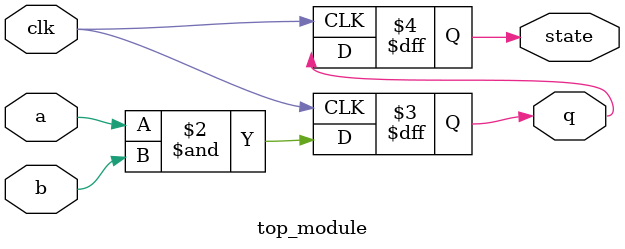
<source format=sv>
module top_module (
	input clk,
	input a,
	input b,
	output q,
	output state
);

reg q;
reg state;

// D flip-flop
always @(posedge clk) begin
    q <= a & b;
    state <= q;
end

endmodule

</source>
